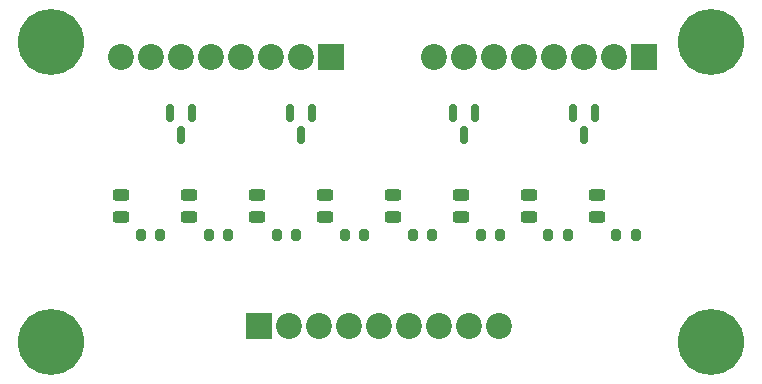
<source format=gts>
G04 #@! TF.GenerationSoftware,KiCad,Pcbnew,(6.0.7)*
G04 #@! TF.CreationDate,2023-06-29T10:47:44-07:00*
G04 #@! TF.ProjectId,Solenoid Board Ground Systems,536f6c65-6e6f-4696-9420-426f61726420,rev?*
G04 #@! TF.SameCoordinates,Original*
G04 #@! TF.FileFunction,Soldermask,Top*
G04 #@! TF.FilePolarity,Negative*
%FSLAX46Y46*%
G04 Gerber Fmt 4.6, Leading zero omitted, Abs format (unit mm)*
G04 Created by KiCad (PCBNEW (6.0.7)) date 2023-06-29 10:47:44*
%MOMM*%
%LPD*%
G01*
G04 APERTURE LIST*
G04 Aperture macros list*
%AMRoundRect*
0 Rectangle with rounded corners*
0 $1 Rounding radius*
0 $2 $3 $4 $5 $6 $7 $8 $9 X,Y pos of 4 corners*
0 Add a 4 corners polygon primitive as box body*
4,1,4,$2,$3,$4,$5,$6,$7,$8,$9,$2,$3,0*
0 Add four circle primitives for the rounded corners*
1,1,$1+$1,$2,$3*
1,1,$1+$1,$4,$5*
1,1,$1+$1,$6,$7*
1,1,$1+$1,$8,$9*
0 Add four rect primitives between the rounded corners*
20,1,$1+$1,$2,$3,$4,$5,0*
20,1,$1+$1,$4,$5,$6,$7,0*
20,1,$1+$1,$6,$7,$8,$9,0*
20,1,$1+$1,$8,$9,$2,$3,0*%
G04 Aperture macros list end*
%ADD10RoundRect,0.243750X-0.456250X0.243750X-0.456250X-0.243750X0.456250X-0.243750X0.456250X0.243750X0*%
%ADD11RoundRect,0.200000X-0.200000X-0.275000X0.200000X-0.275000X0.200000X0.275000X-0.200000X0.275000X0*%
%ADD12R,2.200000X2.200000*%
%ADD13C,2.200000*%
%ADD14C,5.600000*%
%ADD15C,3.600000*%
%ADD16RoundRect,0.150000X-0.150000X0.587500X-0.150000X-0.587500X0.150000X-0.587500X0.150000X0.587500X0*%
G04 APERTURE END LIST*
D10*
X75414287Y-42162500D03*
X75414287Y-44037500D03*
D11*
X71310713Y-45590000D03*
X72960713Y-45590000D03*
D12*
X46840000Y-53250000D03*
D13*
X49380000Y-53250000D03*
X51920000Y-53250000D03*
X54460000Y-53250000D03*
X57000000Y-53250000D03*
X59540000Y-53250000D03*
X62080000Y-53250000D03*
X64620000Y-53250000D03*
X67160000Y-53250000D03*
D14*
X85090000Y-29210000D03*
D15*
X85090000Y-29210000D03*
D11*
X36789287Y-45590000D03*
X38439287Y-45590000D03*
D14*
X29210000Y-29210000D03*
D15*
X29210000Y-29210000D03*
D11*
X65557142Y-45590000D03*
X67207142Y-45590000D03*
D16*
X51325000Y-35237500D03*
X49425000Y-35237500D03*
X50375000Y-37112500D03*
D11*
X48296429Y-45590000D03*
X49946429Y-45590000D03*
D16*
X65125000Y-35237500D03*
X63225000Y-35237500D03*
X64175000Y-37112500D03*
D10*
X69660713Y-42162500D03*
X69660713Y-44037500D03*
D11*
X54050000Y-45590000D03*
X55700000Y-45590000D03*
D16*
X41150000Y-35237500D03*
X39250000Y-35237500D03*
X40200000Y-37112500D03*
D10*
X63907142Y-42162500D03*
X63907142Y-44037500D03*
X46646429Y-42162500D03*
X46646429Y-44037500D03*
D12*
X79400400Y-30480000D03*
D13*
X76860400Y-30480000D03*
X74320400Y-30480000D03*
X71780400Y-30480000D03*
X69240400Y-30480000D03*
X66700400Y-30480000D03*
X64160400Y-30480000D03*
X61620400Y-30480000D03*
D11*
X77064287Y-45590000D03*
X78714287Y-45590000D03*
D16*
X75275000Y-35237500D03*
X73375000Y-35237500D03*
X74325000Y-37112500D03*
D11*
X59803571Y-45590000D03*
X61453571Y-45590000D03*
D14*
X29210000Y-54610000D03*
D15*
X29210000Y-54610000D03*
D10*
X35139287Y-42162500D03*
X35139287Y-44037500D03*
X58153571Y-42162500D03*
X58153571Y-44037500D03*
X52400000Y-42162500D03*
X52400000Y-44037500D03*
D14*
X85090000Y-54610000D03*
D15*
X85090000Y-54610000D03*
D11*
X42542858Y-45590000D03*
X44192858Y-45590000D03*
D10*
X40892858Y-42162500D03*
X40892858Y-44037500D03*
D12*
X52920000Y-30480000D03*
D13*
X50380000Y-30480000D03*
X47840000Y-30480000D03*
X45300000Y-30480000D03*
X42760000Y-30480000D03*
X40220000Y-30480000D03*
X37680000Y-30480000D03*
X35140000Y-30480000D03*
M02*

</source>
